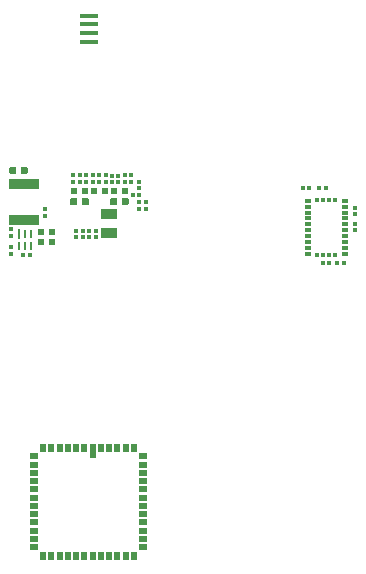
<source format=gbr>
G04 #@! TF.GenerationSoftware,KiCad,Pcbnew,(5.1.4)-1*
G04 #@! TF.CreationDate,2020-08-13T23:55:05-07:00*
G04 #@! TF.ProjectId,Kicad_LFOV_RigidFlex_Assembly,4b696361-645f-44c4-964f-565f52696769,rev?*
G04 #@! TF.SameCoordinates,Original*
G04 #@! TF.FileFunction,Paste,Bot*
G04 #@! TF.FilePolarity,Positive*
%FSLAX46Y46*%
G04 Gerber Fmt 4.6, Leading zero omitted, Abs format (unit mm)*
G04 Created by KiCad (PCBNEW (5.1.4)-1) date 2020-08-13 23:55:05*
%MOMM*%
%LPD*%
G04 APERTURE LIST*
%ADD10R,0.500000X0.740000*%
%ADD11R,0.740000X0.500000*%
%ADD12R,0.500000X1.248000*%
%ADD13R,0.525000X0.300000*%
%ADD14R,0.300000X0.425000*%
%ADD15R,0.340000X0.310000*%
%ADD16R,2.620000X0.870000*%
%ADD17R,0.630000X0.580000*%
%ADD18R,0.580000X0.630000*%
%ADD19R,0.310000X0.340000*%
%ADD20C,0.100000*%
%ADD21C,0.590000*%
%ADD22R,0.270000X0.820000*%
%ADD23R,0.270000X0.740000*%
%ADD24R,1.320000X0.930000*%
%ADD25R,1.500000X0.450000*%
G04 APERTURE END LIST*
D10*
X110981180Y-118973600D03*
X110281180Y-118973600D03*
X109581180Y-118973600D03*
X108881180Y-118973600D03*
X108181180Y-118973600D03*
X107481180Y-118973600D03*
X106781180Y-118973600D03*
X106081180Y-118973600D03*
X105381180Y-118973600D03*
X104681180Y-118973600D03*
X103981180Y-118973600D03*
X103281180Y-118973600D03*
D11*
X102546180Y-118238600D03*
X102546180Y-117538600D03*
X102546180Y-116838600D03*
X102546180Y-116138600D03*
X102546180Y-115438600D03*
X102546180Y-114738600D03*
X102546180Y-114038600D03*
X102546180Y-113338600D03*
X102546180Y-112638600D03*
X102546180Y-111938600D03*
X102546180Y-111238600D03*
X102546180Y-110538600D03*
D10*
X103281180Y-109803600D03*
X103981180Y-109803600D03*
X104681180Y-109803600D03*
X105381180Y-109803600D03*
X106081180Y-109803600D03*
X106781180Y-109803600D03*
D12*
X107481180Y-110057600D03*
D10*
X108181180Y-109803600D03*
X108881180Y-109803600D03*
X109581180Y-109803600D03*
X110281180Y-109803600D03*
X110981180Y-109803600D03*
D11*
X111716180Y-110538600D03*
X111716180Y-111238600D03*
X111716180Y-111938600D03*
X111716180Y-112638600D03*
X111716180Y-113338600D03*
X111716180Y-114038600D03*
X111716180Y-114738600D03*
X111716180Y-115438600D03*
X111716180Y-116138600D03*
X111716180Y-116838600D03*
X111716180Y-117538600D03*
X111716180Y-118238600D03*
D13*
X125685200Y-89397280D03*
X125685200Y-89897280D03*
X125685200Y-90397280D03*
X125685200Y-90897280D03*
X125685200Y-91397280D03*
X125685200Y-91897280D03*
X125685200Y-92397280D03*
X125685200Y-92897280D03*
X125685200Y-93397280D03*
D14*
X126497700Y-93459780D03*
X126997700Y-93459780D03*
X127497700Y-93459780D03*
X127997700Y-93459780D03*
D13*
X128810200Y-93397280D03*
X128810200Y-92897280D03*
X128810200Y-92397280D03*
X128810200Y-91897280D03*
X128810200Y-91397280D03*
X128810200Y-90897280D03*
X128810200Y-90397280D03*
X128810200Y-89897280D03*
X128810200Y-89397280D03*
X128810200Y-88897280D03*
D14*
X127997700Y-88834780D03*
X127497700Y-88834780D03*
X126997700Y-88834780D03*
X126497700Y-88834780D03*
D13*
X125685200Y-88897280D03*
D15*
X103470100Y-90169100D03*
X103470100Y-89619100D03*
D16*
X101684480Y-90504700D03*
X101684480Y-87454700D03*
D17*
X103132280Y-92421900D03*
X103132280Y-91531900D03*
D18*
X105913080Y-88090700D03*
X106803080Y-88090700D03*
D19*
X102162680Y-93500900D03*
X101612680Y-93500900D03*
D17*
X104021280Y-91531900D03*
X104021280Y-92421900D03*
D15*
X100541480Y-93369500D03*
X100541480Y-92819500D03*
X100541480Y-91320900D03*
X100541480Y-91870900D03*
D18*
X108504880Y-88090700D03*
X107614880Y-88090700D03*
D19*
X108038880Y-86744500D03*
X108588880Y-86744500D03*
X108588880Y-87328700D03*
X108038880Y-87328700D03*
X106628680Y-91443500D03*
X106078680Y-91443500D03*
X106083080Y-92002300D03*
X106633080Y-92002300D03*
D18*
X109291280Y-88065300D03*
X110181280Y-88065300D03*
D19*
X109655680Y-86769900D03*
X109105680Y-86769900D03*
X109105680Y-87328700D03*
X109655680Y-87328700D03*
X107496680Y-86719100D03*
X106946680Y-86719100D03*
X106946680Y-87328700D03*
X107496680Y-87328700D03*
X107175280Y-92002300D03*
X107725280Y-92002300D03*
X107725280Y-91443500D03*
X107175280Y-91443500D03*
D20*
G36*
X101848838Y-86018810D02*
G01*
X101863156Y-86020934D01*
X101877197Y-86024451D01*
X101890826Y-86029328D01*
X101903911Y-86035517D01*
X101916327Y-86042958D01*
X101927953Y-86051581D01*
X101938678Y-86061302D01*
X101948399Y-86072027D01*
X101957022Y-86083653D01*
X101964463Y-86096069D01*
X101970652Y-86109154D01*
X101975529Y-86122783D01*
X101979046Y-86136824D01*
X101981170Y-86151142D01*
X101981880Y-86165600D01*
X101981880Y-86510600D01*
X101981170Y-86525058D01*
X101979046Y-86539376D01*
X101975529Y-86553417D01*
X101970652Y-86567046D01*
X101964463Y-86580131D01*
X101957022Y-86592547D01*
X101948399Y-86604173D01*
X101938678Y-86614898D01*
X101927953Y-86624619D01*
X101916327Y-86633242D01*
X101903911Y-86640683D01*
X101890826Y-86646872D01*
X101877197Y-86651749D01*
X101863156Y-86655266D01*
X101848838Y-86657390D01*
X101834380Y-86658100D01*
X101539380Y-86658100D01*
X101524922Y-86657390D01*
X101510604Y-86655266D01*
X101496563Y-86651749D01*
X101482934Y-86646872D01*
X101469849Y-86640683D01*
X101457433Y-86633242D01*
X101445807Y-86624619D01*
X101435082Y-86614898D01*
X101425361Y-86604173D01*
X101416738Y-86592547D01*
X101409297Y-86580131D01*
X101403108Y-86567046D01*
X101398231Y-86553417D01*
X101394714Y-86539376D01*
X101392590Y-86525058D01*
X101391880Y-86510600D01*
X101391880Y-86165600D01*
X101392590Y-86151142D01*
X101394714Y-86136824D01*
X101398231Y-86122783D01*
X101403108Y-86109154D01*
X101409297Y-86096069D01*
X101416738Y-86083653D01*
X101425361Y-86072027D01*
X101435082Y-86061302D01*
X101445807Y-86051581D01*
X101457433Y-86042958D01*
X101469849Y-86035517D01*
X101482934Y-86029328D01*
X101496563Y-86024451D01*
X101510604Y-86020934D01*
X101524922Y-86018810D01*
X101539380Y-86018100D01*
X101834380Y-86018100D01*
X101848838Y-86018810D01*
X101848838Y-86018810D01*
G37*
D21*
X101686880Y-86338100D03*
D20*
G36*
X100878838Y-86018810D02*
G01*
X100893156Y-86020934D01*
X100907197Y-86024451D01*
X100920826Y-86029328D01*
X100933911Y-86035517D01*
X100946327Y-86042958D01*
X100957953Y-86051581D01*
X100968678Y-86061302D01*
X100978399Y-86072027D01*
X100987022Y-86083653D01*
X100994463Y-86096069D01*
X101000652Y-86109154D01*
X101005529Y-86122783D01*
X101009046Y-86136824D01*
X101011170Y-86151142D01*
X101011880Y-86165600D01*
X101011880Y-86510600D01*
X101011170Y-86525058D01*
X101009046Y-86539376D01*
X101005529Y-86553417D01*
X101000652Y-86567046D01*
X100994463Y-86580131D01*
X100987022Y-86592547D01*
X100978399Y-86604173D01*
X100968678Y-86614898D01*
X100957953Y-86624619D01*
X100946327Y-86633242D01*
X100933911Y-86640683D01*
X100920826Y-86646872D01*
X100907197Y-86651749D01*
X100893156Y-86655266D01*
X100878838Y-86657390D01*
X100864380Y-86658100D01*
X100569380Y-86658100D01*
X100554922Y-86657390D01*
X100540604Y-86655266D01*
X100526563Y-86651749D01*
X100512934Y-86646872D01*
X100499849Y-86640683D01*
X100487433Y-86633242D01*
X100475807Y-86624619D01*
X100465082Y-86614898D01*
X100455361Y-86604173D01*
X100446738Y-86592547D01*
X100439297Y-86580131D01*
X100433108Y-86567046D01*
X100428231Y-86553417D01*
X100424714Y-86539376D01*
X100422590Y-86525058D01*
X100421880Y-86510600D01*
X100421880Y-86165600D01*
X100422590Y-86151142D01*
X100424714Y-86136824D01*
X100428231Y-86122783D01*
X100433108Y-86109154D01*
X100439297Y-86096069D01*
X100446738Y-86083653D01*
X100455361Y-86072027D01*
X100465082Y-86061302D01*
X100475807Y-86051581D01*
X100487433Y-86042958D01*
X100499849Y-86035517D01*
X100512934Y-86029328D01*
X100526563Y-86024451D01*
X100540604Y-86020934D01*
X100554922Y-86018810D01*
X100569380Y-86018100D01*
X100864380Y-86018100D01*
X100878838Y-86018810D01*
X100878838Y-86018810D01*
G37*
D21*
X100716880Y-86338100D03*
D20*
G36*
X110383238Y-88660410D02*
G01*
X110397556Y-88662534D01*
X110411597Y-88666051D01*
X110425226Y-88670928D01*
X110438311Y-88677117D01*
X110450727Y-88684558D01*
X110462353Y-88693181D01*
X110473078Y-88702902D01*
X110482799Y-88713627D01*
X110491422Y-88725253D01*
X110498863Y-88737669D01*
X110505052Y-88750754D01*
X110509929Y-88764383D01*
X110513446Y-88778424D01*
X110515570Y-88792742D01*
X110516280Y-88807200D01*
X110516280Y-89152200D01*
X110515570Y-89166658D01*
X110513446Y-89180976D01*
X110509929Y-89195017D01*
X110505052Y-89208646D01*
X110498863Y-89221731D01*
X110491422Y-89234147D01*
X110482799Y-89245773D01*
X110473078Y-89256498D01*
X110462353Y-89266219D01*
X110450727Y-89274842D01*
X110438311Y-89282283D01*
X110425226Y-89288472D01*
X110411597Y-89293349D01*
X110397556Y-89296866D01*
X110383238Y-89298990D01*
X110368780Y-89299700D01*
X110073780Y-89299700D01*
X110059322Y-89298990D01*
X110045004Y-89296866D01*
X110030963Y-89293349D01*
X110017334Y-89288472D01*
X110004249Y-89282283D01*
X109991833Y-89274842D01*
X109980207Y-89266219D01*
X109969482Y-89256498D01*
X109959761Y-89245773D01*
X109951138Y-89234147D01*
X109943697Y-89221731D01*
X109937508Y-89208646D01*
X109932631Y-89195017D01*
X109929114Y-89180976D01*
X109926990Y-89166658D01*
X109926280Y-89152200D01*
X109926280Y-88807200D01*
X109926990Y-88792742D01*
X109929114Y-88778424D01*
X109932631Y-88764383D01*
X109937508Y-88750754D01*
X109943697Y-88737669D01*
X109951138Y-88725253D01*
X109959761Y-88713627D01*
X109969482Y-88702902D01*
X109980207Y-88693181D01*
X109991833Y-88684558D01*
X110004249Y-88677117D01*
X110017334Y-88670928D01*
X110030963Y-88666051D01*
X110045004Y-88662534D01*
X110059322Y-88660410D01*
X110073780Y-88659700D01*
X110368780Y-88659700D01*
X110383238Y-88660410D01*
X110383238Y-88660410D01*
G37*
D21*
X110221280Y-88979700D03*
D20*
G36*
X109413238Y-88660410D02*
G01*
X109427556Y-88662534D01*
X109441597Y-88666051D01*
X109455226Y-88670928D01*
X109468311Y-88677117D01*
X109480727Y-88684558D01*
X109492353Y-88693181D01*
X109503078Y-88702902D01*
X109512799Y-88713627D01*
X109521422Y-88725253D01*
X109528863Y-88737669D01*
X109535052Y-88750754D01*
X109539929Y-88764383D01*
X109543446Y-88778424D01*
X109545570Y-88792742D01*
X109546280Y-88807200D01*
X109546280Y-89152200D01*
X109545570Y-89166658D01*
X109543446Y-89180976D01*
X109539929Y-89195017D01*
X109535052Y-89208646D01*
X109528863Y-89221731D01*
X109521422Y-89234147D01*
X109512799Y-89245773D01*
X109503078Y-89256498D01*
X109492353Y-89266219D01*
X109480727Y-89274842D01*
X109468311Y-89282283D01*
X109455226Y-89288472D01*
X109441597Y-89293349D01*
X109427556Y-89296866D01*
X109413238Y-89298990D01*
X109398780Y-89299700D01*
X109103780Y-89299700D01*
X109089322Y-89298990D01*
X109075004Y-89296866D01*
X109060963Y-89293349D01*
X109047334Y-89288472D01*
X109034249Y-89282283D01*
X109021833Y-89274842D01*
X109010207Y-89266219D01*
X108999482Y-89256498D01*
X108989761Y-89245773D01*
X108981138Y-89234147D01*
X108973697Y-89221731D01*
X108967508Y-89208646D01*
X108962631Y-89195017D01*
X108959114Y-89180976D01*
X108956990Y-89166658D01*
X108956280Y-89152200D01*
X108956280Y-88807200D01*
X108956990Y-88792742D01*
X108959114Y-88778424D01*
X108962631Y-88764383D01*
X108967508Y-88750754D01*
X108973697Y-88737669D01*
X108981138Y-88725253D01*
X108989761Y-88713627D01*
X108999482Y-88702902D01*
X109010207Y-88693181D01*
X109021833Y-88684558D01*
X109034249Y-88677117D01*
X109047334Y-88670928D01*
X109060963Y-88666051D01*
X109075004Y-88662534D01*
X109089322Y-88660410D01*
X109103780Y-88659700D01*
X109398780Y-88659700D01*
X109413238Y-88660410D01*
X109413238Y-88660410D01*
G37*
D21*
X109251280Y-88979700D03*
D20*
G36*
X107005038Y-88660410D02*
G01*
X107019356Y-88662534D01*
X107033397Y-88666051D01*
X107047026Y-88670928D01*
X107060111Y-88677117D01*
X107072527Y-88684558D01*
X107084153Y-88693181D01*
X107094878Y-88702902D01*
X107104599Y-88713627D01*
X107113222Y-88725253D01*
X107120663Y-88737669D01*
X107126852Y-88750754D01*
X107131729Y-88764383D01*
X107135246Y-88778424D01*
X107137370Y-88792742D01*
X107138080Y-88807200D01*
X107138080Y-89152200D01*
X107137370Y-89166658D01*
X107135246Y-89180976D01*
X107131729Y-89195017D01*
X107126852Y-89208646D01*
X107120663Y-89221731D01*
X107113222Y-89234147D01*
X107104599Y-89245773D01*
X107094878Y-89256498D01*
X107084153Y-89266219D01*
X107072527Y-89274842D01*
X107060111Y-89282283D01*
X107047026Y-89288472D01*
X107033397Y-89293349D01*
X107019356Y-89296866D01*
X107005038Y-89298990D01*
X106990580Y-89299700D01*
X106695580Y-89299700D01*
X106681122Y-89298990D01*
X106666804Y-89296866D01*
X106652763Y-89293349D01*
X106639134Y-89288472D01*
X106626049Y-89282283D01*
X106613633Y-89274842D01*
X106602007Y-89266219D01*
X106591282Y-89256498D01*
X106581561Y-89245773D01*
X106572938Y-89234147D01*
X106565497Y-89221731D01*
X106559308Y-89208646D01*
X106554431Y-89195017D01*
X106550914Y-89180976D01*
X106548790Y-89166658D01*
X106548080Y-89152200D01*
X106548080Y-88807200D01*
X106548790Y-88792742D01*
X106550914Y-88778424D01*
X106554431Y-88764383D01*
X106559308Y-88750754D01*
X106565497Y-88737669D01*
X106572938Y-88725253D01*
X106581561Y-88713627D01*
X106591282Y-88702902D01*
X106602007Y-88693181D01*
X106613633Y-88684558D01*
X106626049Y-88677117D01*
X106639134Y-88670928D01*
X106652763Y-88666051D01*
X106666804Y-88662534D01*
X106681122Y-88660410D01*
X106695580Y-88659700D01*
X106990580Y-88659700D01*
X107005038Y-88660410D01*
X107005038Y-88660410D01*
G37*
D21*
X106843080Y-88979700D03*
D20*
G36*
X106035038Y-88660410D02*
G01*
X106049356Y-88662534D01*
X106063397Y-88666051D01*
X106077026Y-88670928D01*
X106090111Y-88677117D01*
X106102527Y-88684558D01*
X106114153Y-88693181D01*
X106124878Y-88702902D01*
X106134599Y-88713627D01*
X106143222Y-88725253D01*
X106150663Y-88737669D01*
X106156852Y-88750754D01*
X106161729Y-88764383D01*
X106165246Y-88778424D01*
X106167370Y-88792742D01*
X106168080Y-88807200D01*
X106168080Y-89152200D01*
X106167370Y-89166658D01*
X106165246Y-89180976D01*
X106161729Y-89195017D01*
X106156852Y-89208646D01*
X106150663Y-89221731D01*
X106143222Y-89234147D01*
X106134599Y-89245773D01*
X106124878Y-89256498D01*
X106114153Y-89266219D01*
X106102527Y-89274842D01*
X106090111Y-89282283D01*
X106077026Y-89288472D01*
X106063397Y-89293349D01*
X106049356Y-89296866D01*
X106035038Y-89298990D01*
X106020580Y-89299700D01*
X105725580Y-89299700D01*
X105711122Y-89298990D01*
X105696804Y-89296866D01*
X105682763Y-89293349D01*
X105669134Y-89288472D01*
X105656049Y-89282283D01*
X105643633Y-89274842D01*
X105632007Y-89266219D01*
X105621282Y-89256498D01*
X105611561Y-89245773D01*
X105602938Y-89234147D01*
X105595497Y-89221731D01*
X105589308Y-89208646D01*
X105584431Y-89195017D01*
X105580914Y-89180976D01*
X105578790Y-89166658D01*
X105578080Y-89152200D01*
X105578080Y-88807200D01*
X105578790Y-88792742D01*
X105580914Y-88778424D01*
X105584431Y-88764383D01*
X105589308Y-88750754D01*
X105595497Y-88737669D01*
X105602938Y-88725253D01*
X105611561Y-88713627D01*
X105621282Y-88702902D01*
X105632007Y-88693181D01*
X105643633Y-88684558D01*
X105656049Y-88677117D01*
X105669134Y-88670928D01*
X105682763Y-88666051D01*
X105696804Y-88662534D01*
X105711122Y-88660410D01*
X105725580Y-88659700D01*
X106020580Y-88659700D01*
X106035038Y-88660410D01*
X106035038Y-88660410D01*
G37*
D21*
X105873080Y-88979700D03*
D22*
X101235280Y-91715500D03*
D23*
X101735280Y-91675500D03*
X102235280Y-91675500D03*
X102235280Y-92735500D03*
X101735280Y-92735500D03*
X101235280Y-92735500D03*
D19*
X127519500Y-94186700D03*
X126969500Y-94186700D03*
X125831740Y-87824960D03*
X125281740Y-87824960D03*
X105854480Y-86744500D03*
X106404480Y-86744500D03*
X128743780Y-94184160D03*
X128193780Y-94184160D03*
X110197880Y-87303300D03*
X110747880Y-87303300D03*
D15*
X129704000Y-90044640D03*
X129704000Y-89494640D03*
D24*
X108821880Y-91672100D03*
X108821880Y-90032100D03*
D25*
X107186780Y-74721100D03*
X107186780Y-75421100D03*
X107186780Y-73243860D03*
X107186780Y-73943860D03*
D19*
X106404480Y-87328700D03*
X105854480Y-87328700D03*
X111967080Y-89589300D03*
X111417080Y-89589300D03*
D15*
X111427920Y-87312780D03*
X111427920Y-87862780D03*
D19*
X110883680Y-88420900D03*
X111433680Y-88420900D03*
X110200420Y-86741960D03*
X110750420Y-86741960D03*
X111417080Y-89005100D03*
X111967080Y-89005100D03*
D15*
X129705760Y-90830680D03*
X129705760Y-91380680D03*
D19*
X127222980Y-87819880D03*
X126672980Y-87819880D03*
M02*

</source>
